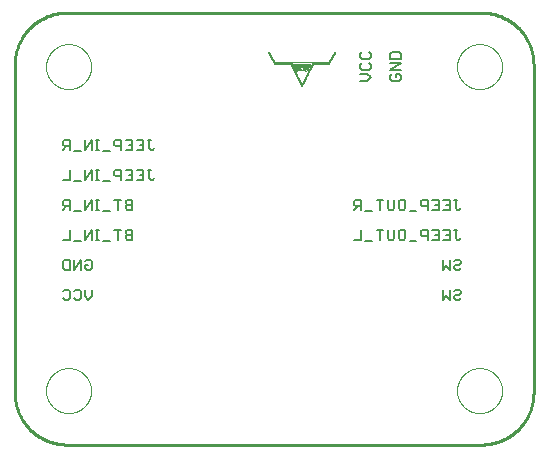
<source format=gbo>
G75*
%MOIN*%
%OFA0B0*%
%FSLAX25Y25*%
%IPPOS*%
%LPD*%
%AMOC8*
5,1,8,0,0,1.08239X$1,22.5*
%
%ADD10C,0.01000*%
%ADD11C,0.00000*%
%ADD12C,0.00600*%
%ADD13R,0.00100X0.00050*%
%ADD14R,0.00550X0.00050*%
%ADD15R,0.00600X0.00050*%
%ADD16R,0.00700X0.00050*%
%ADD17R,0.00800X0.00050*%
%ADD18R,0.00850X0.00050*%
%ADD19R,0.00900X0.00050*%
%ADD20R,0.00950X0.00050*%
%ADD21R,0.01000X0.00050*%
%ADD22R,0.01050X0.00050*%
%ADD23R,0.01100X0.00050*%
%ADD24R,0.00650X0.00050*%
%ADD25R,0.00500X0.00050*%
%ADD26R,0.00050X0.00050*%
%ADD27R,0.00150X0.00050*%
%ADD28R,0.00250X0.00050*%
%ADD29R,0.00200X0.00050*%
%ADD30R,0.00350X0.00050*%
%ADD31R,0.00300X0.00050*%
%ADD32R,0.00450X0.00050*%
%ADD33R,0.01150X0.00050*%
%ADD34R,0.01250X0.00050*%
%ADD35R,0.01450X0.00050*%
%ADD36R,0.01750X0.00050*%
%ADD37R,0.01850X0.00050*%
%ADD38R,0.01900X0.00050*%
%ADD39R,0.01950X0.00050*%
%ADD40R,0.02000X0.00050*%
%ADD41R,0.02100X0.00050*%
%ADD42R,0.02050X0.00050*%
%ADD43R,0.02150X0.00050*%
%ADD44R,0.02200X0.00050*%
%ADD45R,0.02250X0.00050*%
%ADD46R,0.02300X0.00050*%
%ADD47R,0.02350X0.00050*%
%ADD48R,0.02400X0.00050*%
%ADD49R,0.02450X0.00050*%
%ADD50R,0.02500X0.00050*%
%ADD51R,0.02550X0.00050*%
%ADD52R,0.02600X0.00050*%
%ADD53R,0.02650X0.00050*%
%ADD54R,0.02700X0.00050*%
%ADD55R,0.02750X0.00050*%
%ADD56R,0.02800X0.00050*%
%ADD57R,0.02900X0.00050*%
%ADD58R,0.02850X0.00050*%
%ADD59R,0.05850X0.00050*%
%ADD60R,0.06000X0.00050*%
%ADD61R,0.05950X0.00050*%
%ADD62R,0.06100X0.00050*%
%ADD63R,0.06200X0.00050*%
%ADD64R,0.05800X0.00050*%
%ADD65R,0.06300X0.00050*%
%ADD66R,0.05750X0.00050*%
%ADD67R,0.05900X0.00050*%
%ADD68R,0.06500X0.00050*%
D10*
X0019300Y0001800D02*
X0157300Y0001800D01*
X0157723Y0001805D01*
X0158145Y0001820D01*
X0158568Y0001846D01*
X0158989Y0001882D01*
X0159409Y0001928D01*
X0159829Y0001984D01*
X0160246Y0002050D01*
X0160662Y0002126D01*
X0161076Y0002212D01*
X0161488Y0002309D01*
X0161897Y0002415D01*
X0162304Y0002531D01*
X0162708Y0002657D01*
X0163108Y0002792D01*
X0163506Y0002937D01*
X0163899Y0003092D01*
X0164289Y0003256D01*
X0164675Y0003430D01*
X0165056Y0003613D01*
X0165433Y0003805D01*
X0165805Y0004006D01*
X0166172Y0004216D01*
X0166534Y0004434D01*
X0166890Y0004662D01*
X0167241Y0004898D01*
X0167586Y0005142D01*
X0167925Y0005395D01*
X0168258Y0005656D01*
X0168585Y0005924D01*
X0168905Y0006201D01*
X0169218Y0006485D01*
X0169524Y0006777D01*
X0169823Y0007076D01*
X0170115Y0007382D01*
X0170399Y0007695D01*
X0170676Y0008015D01*
X0170944Y0008342D01*
X0171205Y0008675D01*
X0171458Y0009014D01*
X0171702Y0009359D01*
X0171938Y0009710D01*
X0172166Y0010066D01*
X0172384Y0010428D01*
X0172594Y0010795D01*
X0172795Y0011167D01*
X0172987Y0011544D01*
X0173170Y0011925D01*
X0173344Y0012311D01*
X0173508Y0012701D01*
X0173663Y0013094D01*
X0173808Y0013492D01*
X0173943Y0013892D01*
X0174069Y0014296D01*
X0174185Y0014703D01*
X0174291Y0015112D01*
X0174388Y0015524D01*
X0174474Y0015938D01*
X0174550Y0016354D01*
X0174616Y0016771D01*
X0174672Y0017191D01*
X0174718Y0017611D01*
X0174754Y0018032D01*
X0174780Y0018455D01*
X0174795Y0018877D01*
X0174800Y0019300D01*
X0174800Y0128300D01*
X0174795Y0128723D01*
X0174780Y0129145D01*
X0174754Y0129568D01*
X0174718Y0129989D01*
X0174672Y0130409D01*
X0174616Y0130829D01*
X0174550Y0131246D01*
X0174474Y0131662D01*
X0174388Y0132076D01*
X0174291Y0132488D01*
X0174185Y0132897D01*
X0174069Y0133304D01*
X0173943Y0133708D01*
X0173808Y0134108D01*
X0173663Y0134506D01*
X0173508Y0134899D01*
X0173344Y0135289D01*
X0173170Y0135675D01*
X0172987Y0136056D01*
X0172795Y0136433D01*
X0172594Y0136805D01*
X0172384Y0137172D01*
X0172166Y0137534D01*
X0171938Y0137890D01*
X0171702Y0138241D01*
X0171458Y0138586D01*
X0171205Y0138925D01*
X0170944Y0139258D01*
X0170676Y0139585D01*
X0170399Y0139905D01*
X0170115Y0140218D01*
X0169823Y0140524D01*
X0169524Y0140823D01*
X0169218Y0141115D01*
X0168905Y0141399D01*
X0168585Y0141676D01*
X0168258Y0141944D01*
X0167925Y0142205D01*
X0167586Y0142458D01*
X0167241Y0142702D01*
X0166890Y0142938D01*
X0166534Y0143166D01*
X0166172Y0143384D01*
X0165805Y0143594D01*
X0165433Y0143795D01*
X0165056Y0143987D01*
X0164675Y0144170D01*
X0164289Y0144344D01*
X0163899Y0144508D01*
X0163506Y0144663D01*
X0163108Y0144808D01*
X0162708Y0144943D01*
X0162304Y0145069D01*
X0161897Y0145185D01*
X0161488Y0145291D01*
X0161076Y0145388D01*
X0160662Y0145474D01*
X0160246Y0145550D01*
X0159829Y0145616D01*
X0159409Y0145672D01*
X0158989Y0145718D01*
X0158568Y0145754D01*
X0158145Y0145780D01*
X0157723Y0145795D01*
X0157300Y0145800D01*
X0019300Y0145800D01*
X0018877Y0145795D01*
X0018455Y0145780D01*
X0018032Y0145754D01*
X0017611Y0145718D01*
X0017191Y0145672D01*
X0016771Y0145616D01*
X0016354Y0145550D01*
X0015938Y0145474D01*
X0015524Y0145388D01*
X0015112Y0145291D01*
X0014703Y0145185D01*
X0014296Y0145069D01*
X0013892Y0144943D01*
X0013492Y0144808D01*
X0013094Y0144663D01*
X0012701Y0144508D01*
X0012311Y0144344D01*
X0011925Y0144170D01*
X0011544Y0143987D01*
X0011167Y0143795D01*
X0010795Y0143594D01*
X0010428Y0143384D01*
X0010066Y0143166D01*
X0009710Y0142938D01*
X0009359Y0142702D01*
X0009014Y0142458D01*
X0008675Y0142205D01*
X0008342Y0141944D01*
X0008015Y0141676D01*
X0007695Y0141399D01*
X0007382Y0141115D01*
X0007076Y0140823D01*
X0006777Y0140524D01*
X0006485Y0140218D01*
X0006201Y0139905D01*
X0005924Y0139585D01*
X0005656Y0139258D01*
X0005395Y0138925D01*
X0005142Y0138586D01*
X0004898Y0138241D01*
X0004662Y0137890D01*
X0004434Y0137534D01*
X0004216Y0137172D01*
X0004006Y0136805D01*
X0003805Y0136433D01*
X0003613Y0136056D01*
X0003430Y0135675D01*
X0003256Y0135289D01*
X0003092Y0134899D01*
X0002937Y0134506D01*
X0002792Y0134108D01*
X0002657Y0133708D01*
X0002531Y0133304D01*
X0002415Y0132897D01*
X0002309Y0132488D01*
X0002212Y0132076D01*
X0002126Y0131662D01*
X0002050Y0131246D01*
X0001984Y0130829D01*
X0001928Y0130409D01*
X0001882Y0129989D01*
X0001846Y0129568D01*
X0001820Y0129145D01*
X0001805Y0128723D01*
X0001800Y0128300D01*
X0001800Y0019300D01*
X0001805Y0018877D01*
X0001820Y0018455D01*
X0001846Y0018032D01*
X0001882Y0017611D01*
X0001928Y0017191D01*
X0001984Y0016771D01*
X0002050Y0016354D01*
X0002126Y0015938D01*
X0002212Y0015524D01*
X0002309Y0015112D01*
X0002415Y0014703D01*
X0002531Y0014296D01*
X0002657Y0013892D01*
X0002792Y0013492D01*
X0002937Y0013094D01*
X0003092Y0012701D01*
X0003256Y0012311D01*
X0003430Y0011925D01*
X0003613Y0011544D01*
X0003805Y0011167D01*
X0004006Y0010795D01*
X0004216Y0010428D01*
X0004434Y0010066D01*
X0004662Y0009710D01*
X0004898Y0009359D01*
X0005142Y0009014D01*
X0005395Y0008675D01*
X0005656Y0008342D01*
X0005924Y0008015D01*
X0006201Y0007695D01*
X0006485Y0007382D01*
X0006777Y0007076D01*
X0007076Y0006777D01*
X0007382Y0006485D01*
X0007695Y0006201D01*
X0008015Y0005924D01*
X0008342Y0005656D01*
X0008675Y0005395D01*
X0009014Y0005142D01*
X0009359Y0004898D01*
X0009710Y0004662D01*
X0010066Y0004434D01*
X0010428Y0004216D01*
X0010795Y0004006D01*
X0011167Y0003805D01*
X0011544Y0003613D01*
X0011925Y0003430D01*
X0012311Y0003256D01*
X0012701Y0003092D01*
X0013094Y0002937D01*
X0013492Y0002792D01*
X0013892Y0002657D01*
X0014296Y0002531D01*
X0014703Y0002415D01*
X0015112Y0002309D01*
X0015524Y0002212D01*
X0015938Y0002126D01*
X0016354Y0002050D01*
X0016771Y0001984D01*
X0017191Y0001928D01*
X0017611Y0001882D01*
X0018032Y0001846D01*
X0018455Y0001820D01*
X0018877Y0001805D01*
X0019300Y0001800D01*
D11*
X0012300Y0019800D02*
X0012302Y0019984D01*
X0012309Y0020168D01*
X0012320Y0020352D01*
X0012336Y0020535D01*
X0012356Y0020718D01*
X0012381Y0020900D01*
X0012410Y0021082D01*
X0012444Y0021263D01*
X0012482Y0021443D01*
X0012525Y0021622D01*
X0012572Y0021800D01*
X0012623Y0021977D01*
X0012679Y0022153D01*
X0012738Y0022327D01*
X0012803Y0022499D01*
X0012871Y0022670D01*
X0012943Y0022839D01*
X0013020Y0023007D01*
X0013101Y0023172D01*
X0013186Y0023335D01*
X0013274Y0023497D01*
X0013367Y0023656D01*
X0013464Y0023812D01*
X0013564Y0023967D01*
X0013668Y0024119D01*
X0013776Y0024268D01*
X0013887Y0024414D01*
X0014002Y0024558D01*
X0014121Y0024699D01*
X0014243Y0024837D01*
X0014368Y0024972D01*
X0014497Y0025103D01*
X0014628Y0025232D01*
X0014763Y0025357D01*
X0014901Y0025479D01*
X0015042Y0025598D01*
X0015186Y0025713D01*
X0015332Y0025824D01*
X0015481Y0025932D01*
X0015633Y0026036D01*
X0015788Y0026136D01*
X0015944Y0026233D01*
X0016103Y0026326D01*
X0016265Y0026414D01*
X0016428Y0026499D01*
X0016593Y0026580D01*
X0016761Y0026657D01*
X0016930Y0026729D01*
X0017101Y0026797D01*
X0017273Y0026862D01*
X0017447Y0026921D01*
X0017623Y0026977D01*
X0017800Y0027028D01*
X0017978Y0027075D01*
X0018157Y0027118D01*
X0018337Y0027156D01*
X0018518Y0027190D01*
X0018700Y0027219D01*
X0018882Y0027244D01*
X0019065Y0027264D01*
X0019248Y0027280D01*
X0019432Y0027291D01*
X0019616Y0027298D01*
X0019800Y0027300D01*
X0019984Y0027298D01*
X0020168Y0027291D01*
X0020352Y0027280D01*
X0020535Y0027264D01*
X0020718Y0027244D01*
X0020900Y0027219D01*
X0021082Y0027190D01*
X0021263Y0027156D01*
X0021443Y0027118D01*
X0021622Y0027075D01*
X0021800Y0027028D01*
X0021977Y0026977D01*
X0022153Y0026921D01*
X0022327Y0026862D01*
X0022499Y0026797D01*
X0022670Y0026729D01*
X0022839Y0026657D01*
X0023007Y0026580D01*
X0023172Y0026499D01*
X0023335Y0026414D01*
X0023497Y0026326D01*
X0023656Y0026233D01*
X0023812Y0026136D01*
X0023967Y0026036D01*
X0024119Y0025932D01*
X0024268Y0025824D01*
X0024414Y0025713D01*
X0024558Y0025598D01*
X0024699Y0025479D01*
X0024837Y0025357D01*
X0024972Y0025232D01*
X0025103Y0025103D01*
X0025232Y0024972D01*
X0025357Y0024837D01*
X0025479Y0024699D01*
X0025598Y0024558D01*
X0025713Y0024414D01*
X0025824Y0024268D01*
X0025932Y0024119D01*
X0026036Y0023967D01*
X0026136Y0023812D01*
X0026233Y0023656D01*
X0026326Y0023497D01*
X0026414Y0023335D01*
X0026499Y0023172D01*
X0026580Y0023007D01*
X0026657Y0022839D01*
X0026729Y0022670D01*
X0026797Y0022499D01*
X0026862Y0022327D01*
X0026921Y0022153D01*
X0026977Y0021977D01*
X0027028Y0021800D01*
X0027075Y0021622D01*
X0027118Y0021443D01*
X0027156Y0021263D01*
X0027190Y0021082D01*
X0027219Y0020900D01*
X0027244Y0020718D01*
X0027264Y0020535D01*
X0027280Y0020352D01*
X0027291Y0020168D01*
X0027298Y0019984D01*
X0027300Y0019800D01*
X0027298Y0019616D01*
X0027291Y0019432D01*
X0027280Y0019248D01*
X0027264Y0019065D01*
X0027244Y0018882D01*
X0027219Y0018700D01*
X0027190Y0018518D01*
X0027156Y0018337D01*
X0027118Y0018157D01*
X0027075Y0017978D01*
X0027028Y0017800D01*
X0026977Y0017623D01*
X0026921Y0017447D01*
X0026862Y0017273D01*
X0026797Y0017101D01*
X0026729Y0016930D01*
X0026657Y0016761D01*
X0026580Y0016593D01*
X0026499Y0016428D01*
X0026414Y0016265D01*
X0026326Y0016103D01*
X0026233Y0015944D01*
X0026136Y0015788D01*
X0026036Y0015633D01*
X0025932Y0015481D01*
X0025824Y0015332D01*
X0025713Y0015186D01*
X0025598Y0015042D01*
X0025479Y0014901D01*
X0025357Y0014763D01*
X0025232Y0014628D01*
X0025103Y0014497D01*
X0024972Y0014368D01*
X0024837Y0014243D01*
X0024699Y0014121D01*
X0024558Y0014002D01*
X0024414Y0013887D01*
X0024268Y0013776D01*
X0024119Y0013668D01*
X0023967Y0013564D01*
X0023812Y0013464D01*
X0023656Y0013367D01*
X0023497Y0013274D01*
X0023335Y0013186D01*
X0023172Y0013101D01*
X0023007Y0013020D01*
X0022839Y0012943D01*
X0022670Y0012871D01*
X0022499Y0012803D01*
X0022327Y0012738D01*
X0022153Y0012679D01*
X0021977Y0012623D01*
X0021800Y0012572D01*
X0021622Y0012525D01*
X0021443Y0012482D01*
X0021263Y0012444D01*
X0021082Y0012410D01*
X0020900Y0012381D01*
X0020718Y0012356D01*
X0020535Y0012336D01*
X0020352Y0012320D01*
X0020168Y0012309D01*
X0019984Y0012302D01*
X0019800Y0012300D01*
X0019616Y0012302D01*
X0019432Y0012309D01*
X0019248Y0012320D01*
X0019065Y0012336D01*
X0018882Y0012356D01*
X0018700Y0012381D01*
X0018518Y0012410D01*
X0018337Y0012444D01*
X0018157Y0012482D01*
X0017978Y0012525D01*
X0017800Y0012572D01*
X0017623Y0012623D01*
X0017447Y0012679D01*
X0017273Y0012738D01*
X0017101Y0012803D01*
X0016930Y0012871D01*
X0016761Y0012943D01*
X0016593Y0013020D01*
X0016428Y0013101D01*
X0016265Y0013186D01*
X0016103Y0013274D01*
X0015944Y0013367D01*
X0015788Y0013464D01*
X0015633Y0013564D01*
X0015481Y0013668D01*
X0015332Y0013776D01*
X0015186Y0013887D01*
X0015042Y0014002D01*
X0014901Y0014121D01*
X0014763Y0014243D01*
X0014628Y0014368D01*
X0014497Y0014497D01*
X0014368Y0014628D01*
X0014243Y0014763D01*
X0014121Y0014901D01*
X0014002Y0015042D01*
X0013887Y0015186D01*
X0013776Y0015332D01*
X0013668Y0015481D01*
X0013564Y0015633D01*
X0013464Y0015788D01*
X0013367Y0015944D01*
X0013274Y0016103D01*
X0013186Y0016265D01*
X0013101Y0016428D01*
X0013020Y0016593D01*
X0012943Y0016761D01*
X0012871Y0016930D01*
X0012803Y0017101D01*
X0012738Y0017273D01*
X0012679Y0017447D01*
X0012623Y0017623D01*
X0012572Y0017800D01*
X0012525Y0017978D01*
X0012482Y0018157D01*
X0012444Y0018337D01*
X0012410Y0018518D01*
X0012381Y0018700D01*
X0012356Y0018882D01*
X0012336Y0019065D01*
X0012320Y0019248D01*
X0012309Y0019432D01*
X0012302Y0019616D01*
X0012300Y0019800D01*
X0012300Y0127800D02*
X0012302Y0127984D01*
X0012309Y0128168D01*
X0012320Y0128352D01*
X0012336Y0128535D01*
X0012356Y0128718D01*
X0012381Y0128900D01*
X0012410Y0129082D01*
X0012444Y0129263D01*
X0012482Y0129443D01*
X0012525Y0129622D01*
X0012572Y0129800D01*
X0012623Y0129977D01*
X0012679Y0130153D01*
X0012738Y0130327D01*
X0012803Y0130499D01*
X0012871Y0130670D01*
X0012943Y0130839D01*
X0013020Y0131007D01*
X0013101Y0131172D01*
X0013186Y0131335D01*
X0013274Y0131497D01*
X0013367Y0131656D01*
X0013464Y0131812D01*
X0013564Y0131967D01*
X0013668Y0132119D01*
X0013776Y0132268D01*
X0013887Y0132414D01*
X0014002Y0132558D01*
X0014121Y0132699D01*
X0014243Y0132837D01*
X0014368Y0132972D01*
X0014497Y0133103D01*
X0014628Y0133232D01*
X0014763Y0133357D01*
X0014901Y0133479D01*
X0015042Y0133598D01*
X0015186Y0133713D01*
X0015332Y0133824D01*
X0015481Y0133932D01*
X0015633Y0134036D01*
X0015788Y0134136D01*
X0015944Y0134233D01*
X0016103Y0134326D01*
X0016265Y0134414D01*
X0016428Y0134499D01*
X0016593Y0134580D01*
X0016761Y0134657D01*
X0016930Y0134729D01*
X0017101Y0134797D01*
X0017273Y0134862D01*
X0017447Y0134921D01*
X0017623Y0134977D01*
X0017800Y0135028D01*
X0017978Y0135075D01*
X0018157Y0135118D01*
X0018337Y0135156D01*
X0018518Y0135190D01*
X0018700Y0135219D01*
X0018882Y0135244D01*
X0019065Y0135264D01*
X0019248Y0135280D01*
X0019432Y0135291D01*
X0019616Y0135298D01*
X0019800Y0135300D01*
X0019984Y0135298D01*
X0020168Y0135291D01*
X0020352Y0135280D01*
X0020535Y0135264D01*
X0020718Y0135244D01*
X0020900Y0135219D01*
X0021082Y0135190D01*
X0021263Y0135156D01*
X0021443Y0135118D01*
X0021622Y0135075D01*
X0021800Y0135028D01*
X0021977Y0134977D01*
X0022153Y0134921D01*
X0022327Y0134862D01*
X0022499Y0134797D01*
X0022670Y0134729D01*
X0022839Y0134657D01*
X0023007Y0134580D01*
X0023172Y0134499D01*
X0023335Y0134414D01*
X0023497Y0134326D01*
X0023656Y0134233D01*
X0023812Y0134136D01*
X0023967Y0134036D01*
X0024119Y0133932D01*
X0024268Y0133824D01*
X0024414Y0133713D01*
X0024558Y0133598D01*
X0024699Y0133479D01*
X0024837Y0133357D01*
X0024972Y0133232D01*
X0025103Y0133103D01*
X0025232Y0132972D01*
X0025357Y0132837D01*
X0025479Y0132699D01*
X0025598Y0132558D01*
X0025713Y0132414D01*
X0025824Y0132268D01*
X0025932Y0132119D01*
X0026036Y0131967D01*
X0026136Y0131812D01*
X0026233Y0131656D01*
X0026326Y0131497D01*
X0026414Y0131335D01*
X0026499Y0131172D01*
X0026580Y0131007D01*
X0026657Y0130839D01*
X0026729Y0130670D01*
X0026797Y0130499D01*
X0026862Y0130327D01*
X0026921Y0130153D01*
X0026977Y0129977D01*
X0027028Y0129800D01*
X0027075Y0129622D01*
X0027118Y0129443D01*
X0027156Y0129263D01*
X0027190Y0129082D01*
X0027219Y0128900D01*
X0027244Y0128718D01*
X0027264Y0128535D01*
X0027280Y0128352D01*
X0027291Y0128168D01*
X0027298Y0127984D01*
X0027300Y0127800D01*
X0027298Y0127616D01*
X0027291Y0127432D01*
X0027280Y0127248D01*
X0027264Y0127065D01*
X0027244Y0126882D01*
X0027219Y0126700D01*
X0027190Y0126518D01*
X0027156Y0126337D01*
X0027118Y0126157D01*
X0027075Y0125978D01*
X0027028Y0125800D01*
X0026977Y0125623D01*
X0026921Y0125447D01*
X0026862Y0125273D01*
X0026797Y0125101D01*
X0026729Y0124930D01*
X0026657Y0124761D01*
X0026580Y0124593D01*
X0026499Y0124428D01*
X0026414Y0124265D01*
X0026326Y0124103D01*
X0026233Y0123944D01*
X0026136Y0123788D01*
X0026036Y0123633D01*
X0025932Y0123481D01*
X0025824Y0123332D01*
X0025713Y0123186D01*
X0025598Y0123042D01*
X0025479Y0122901D01*
X0025357Y0122763D01*
X0025232Y0122628D01*
X0025103Y0122497D01*
X0024972Y0122368D01*
X0024837Y0122243D01*
X0024699Y0122121D01*
X0024558Y0122002D01*
X0024414Y0121887D01*
X0024268Y0121776D01*
X0024119Y0121668D01*
X0023967Y0121564D01*
X0023812Y0121464D01*
X0023656Y0121367D01*
X0023497Y0121274D01*
X0023335Y0121186D01*
X0023172Y0121101D01*
X0023007Y0121020D01*
X0022839Y0120943D01*
X0022670Y0120871D01*
X0022499Y0120803D01*
X0022327Y0120738D01*
X0022153Y0120679D01*
X0021977Y0120623D01*
X0021800Y0120572D01*
X0021622Y0120525D01*
X0021443Y0120482D01*
X0021263Y0120444D01*
X0021082Y0120410D01*
X0020900Y0120381D01*
X0020718Y0120356D01*
X0020535Y0120336D01*
X0020352Y0120320D01*
X0020168Y0120309D01*
X0019984Y0120302D01*
X0019800Y0120300D01*
X0019616Y0120302D01*
X0019432Y0120309D01*
X0019248Y0120320D01*
X0019065Y0120336D01*
X0018882Y0120356D01*
X0018700Y0120381D01*
X0018518Y0120410D01*
X0018337Y0120444D01*
X0018157Y0120482D01*
X0017978Y0120525D01*
X0017800Y0120572D01*
X0017623Y0120623D01*
X0017447Y0120679D01*
X0017273Y0120738D01*
X0017101Y0120803D01*
X0016930Y0120871D01*
X0016761Y0120943D01*
X0016593Y0121020D01*
X0016428Y0121101D01*
X0016265Y0121186D01*
X0016103Y0121274D01*
X0015944Y0121367D01*
X0015788Y0121464D01*
X0015633Y0121564D01*
X0015481Y0121668D01*
X0015332Y0121776D01*
X0015186Y0121887D01*
X0015042Y0122002D01*
X0014901Y0122121D01*
X0014763Y0122243D01*
X0014628Y0122368D01*
X0014497Y0122497D01*
X0014368Y0122628D01*
X0014243Y0122763D01*
X0014121Y0122901D01*
X0014002Y0123042D01*
X0013887Y0123186D01*
X0013776Y0123332D01*
X0013668Y0123481D01*
X0013564Y0123633D01*
X0013464Y0123788D01*
X0013367Y0123944D01*
X0013274Y0124103D01*
X0013186Y0124265D01*
X0013101Y0124428D01*
X0013020Y0124593D01*
X0012943Y0124761D01*
X0012871Y0124930D01*
X0012803Y0125101D01*
X0012738Y0125273D01*
X0012679Y0125447D01*
X0012623Y0125623D01*
X0012572Y0125800D01*
X0012525Y0125978D01*
X0012482Y0126157D01*
X0012444Y0126337D01*
X0012410Y0126518D01*
X0012381Y0126700D01*
X0012356Y0126882D01*
X0012336Y0127065D01*
X0012320Y0127248D01*
X0012309Y0127432D01*
X0012302Y0127616D01*
X0012300Y0127800D01*
X0149300Y0127800D02*
X0149302Y0127984D01*
X0149309Y0128168D01*
X0149320Y0128352D01*
X0149336Y0128535D01*
X0149356Y0128718D01*
X0149381Y0128900D01*
X0149410Y0129082D01*
X0149444Y0129263D01*
X0149482Y0129443D01*
X0149525Y0129622D01*
X0149572Y0129800D01*
X0149623Y0129977D01*
X0149679Y0130153D01*
X0149738Y0130327D01*
X0149803Y0130499D01*
X0149871Y0130670D01*
X0149943Y0130839D01*
X0150020Y0131007D01*
X0150101Y0131172D01*
X0150186Y0131335D01*
X0150274Y0131497D01*
X0150367Y0131656D01*
X0150464Y0131812D01*
X0150564Y0131967D01*
X0150668Y0132119D01*
X0150776Y0132268D01*
X0150887Y0132414D01*
X0151002Y0132558D01*
X0151121Y0132699D01*
X0151243Y0132837D01*
X0151368Y0132972D01*
X0151497Y0133103D01*
X0151628Y0133232D01*
X0151763Y0133357D01*
X0151901Y0133479D01*
X0152042Y0133598D01*
X0152186Y0133713D01*
X0152332Y0133824D01*
X0152481Y0133932D01*
X0152633Y0134036D01*
X0152788Y0134136D01*
X0152944Y0134233D01*
X0153103Y0134326D01*
X0153265Y0134414D01*
X0153428Y0134499D01*
X0153593Y0134580D01*
X0153761Y0134657D01*
X0153930Y0134729D01*
X0154101Y0134797D01*
X0154273Y0134862D01*
X0154447Y0134921D01*
X0154623Y0134977D01*
X0154800Y0135028D01*
X0154978Y0135075D01*
X0155157Y0135118D01*
X0155337Y0135156D01*
X0155518Y0135190D01*
X0155700Y0135219D01*
X0155882Y0135244D01*
X0156065Y0135264D01*
X0156248Y0135280D01*
X0156432Y0135291D01*
X0156616Y0135298D01*
X0156800Y0135300D01*
X0156984Y0135298D01*
X0157168Y0135291D01*
X0157352Y0135280D01*
X0157535Y0135264D01*
X0157718Y0135244D01*
X0157900Y0135219D01*
X0158082Y0135190D01*
X0158263Y0135156D01*
X0158443Y0135118D01*
X0158622Y0135075D01*
X0158800Y0135028D01*
X0158977Y0134977D01*
X0159153Y0134921D01*
X0159327Y0134862D01*
X0159499Y0134797D01*
X0159670Y0134729D01*
X0159839Y0134657D01*
X0160007Y0134580D01*
X0160172Y0134499D01*
X0160335Y0134414D01*
X0160497Y0134326D01*
X0160656Y0134233D01*
X0160812Y0134136D01*
X0160967Y0134036D01*
X0161119Y0133932D01*
X0161268Y0133824D01*
X0161414Y0133713D01*
X0161558Y0133598D01*
X0161699Y0133479D01*
X0161837Y0133357D01*
X0161972Y0133232D01*
X0162103Y0133103D01*
X0162232Y0132972D01*
X0162357Y0132837D01*
X0162479Y0132699D01*
X0162598Y0132558D01*
X0162713Y0132414D01*
X0162824Y0132268D01*
X0162932Y0132119D01*
X0163036Y0131967D01*
X0163136Y0131812D01*
X0163233Y0131656D01*
X0163326Y0131497D01*
X0163414Y0131335D01*
X0163499Y0131172D01*
X0163580Y0131007D01*
X0163657Y0130839D01*
X0163729Y0130670D01*
X0163797Y0130499D01*
X0163862Y0130327D01*
X0163921Y0130153D01*
X0163977Y0129977D01*
X0164028Y0129800D01*
X0164075Y0129622D01*
X0164118Y0129443D01*
X0164156Y0129263D01*
X0164190Y0129082D01*
X0164219Y0128900D01*
X0164244Y0128718D01*
X0164264Y0128535D01*
X0164280Y0128352D01*
X0164291Y0128168D01*
X0164298Y0127984D01*
X0164300Y0127800D01*
X0164298Y0127616D01*
X0164291Y0127432D01*
X0164280Y0127248D01*
X0164264Y0127065D01*
X0164244Y0126882D01*
X0164219Y0126700D01*
X0164190Y0126518D01*
X0164156Y0126337D01*
X0164118Y0126157D01*
X0164075Y0125978D01*
X0164028Y0125800D01*
X0163977Y0125623D01*
X0163921Y0125447D01*
X0163862Y0125273D01*
X0163797Y0125101D01*
X0163729Y0124930D01*
X0163657Y0124761D01*
X0163580Y0124593D01*
X0163499Y0124428D01*
X0163414Y0124265D01*
X0163326Y0124103D01*
X0163233Y0123944D01*
X0163136Y0123788D01*
X0163036Y0123633D01*
X0162932Y0123481D01*
X0162824Y0123332D01*
X0162713Y0123186D01*
X0162598Y0123042D01*
X0162479Y0122901D01*
X0162357Y0122763D01*
X0162232Y0122628D01*
X0162103Y0122497D01*
X0161972Y0122368D01*
X0161837Y0122243D01*
X0161699Y0122121D01*
X0161558Y0122002D01*
X0161414Y0121887D01*
X0161268Y0121776D01*
X0161119Y0121668D01*
X0160967Y0121564D01*
X0160812Y0121464D01*
X0160656Y0121367D01*
X0160497Y0121274D01*
X0160335Y0121186D01*
X0160172Y0121101D01*
X0160007Y0121020D01*
X0159839Y0120943D01*
X0159670Y0120871D01*
X0159499Y0120803D01*
X0159327Y0120738D01*
X0159153Y0120679D01*
X0158977Y0120623D01*
X0158800Y0120572D01*
X0158622Y0120525D01*
X0158443Y0120482D01*
X0158263Y0120444D01*
X0158082Y0120410D01*
X0157900Y0120381D01*
X0157718Y0120356D01*
X0157535Y0120336D01*
X0157352Y0120320D01*
X0157168Y0120309D01*
X0156984Y0120302D01*
X0156800Y0120300D01*
X0156616Y0120302D01*
X0156432Y0120309D01*
X0156248Y0120320D01*
X0156065Y0120336D01*
X0155882Y0120356D01*
X0155700Y0120381D01*
X0155518Y0120410D01*
X0155337Y0120444D01*
X0155157Y0120482D01*
X0154978Y0120525D01*
X0154800Y0120572D01*
X0154623Y0120623D01*
X0154447Y0120679D01*
X0154273Y0120738D01*
X0154101Y0120803D01*
X0153930Y0120871D01*
X0153761Y0120943D01*
X0153593Y0121020D01*
X0153428Y0121101D01*
X0153265Y0121186D01*
X0153103Y0121274D01*
X0152944Y0121367D01*
X0152788Y0121464D01*
X0152633Y0121564D01*
X0152481Y0121668D01*
X0152332Y0121776D01*
X0152186Y0121887D01*
X0152042Y0122002D01*
X0151901Y0122121D01*
X0151763Y0122243D01*
X0151628Y0122368D01*
X0151497Y0122497D01*
X0151368Y0122628D01*
X0151243Y0122763D01*
X0151121Y0122901D01*
X0151002Y0123042D01*
X0150887Y0123186D01*
X0150776Y0123332D01*
X0150668Y0123481D01*
X0150564Y0123633D01*
X0150464Y0123788D01*
X0150367Y0123944D01*
X0150274Y0124103D01*
X0150186Y0124265D01*
X0150101Y0124428D01*
X0150020Y0124593D01*
X0149943Y0124761D01*
X0149871Y0124930D01*
X0149803Y0125101D01*
X0149738Y0125273D01*
X0149679Y0125447D01*
X0149623Y0125623D01*
X0149572Y0125800D01*
X0149525Y0125978D01*
X0149482Y0126157D01*
X0149444Y0126337D01*
X0149410Y0126518D01*
X0149381Y0126700D01*
X0149356Y0126882D01*
X0149336Y0127065D01*
X0149320Y0127248D01*
X0149309Y0127432D01*
X0149302Y0127616D01*
X0149300Y0127800D01*
X0149300Y0019800D02*
X0149302Y0019984D01*
X0149309Y0020168D01*
X0149320Y0020352D01*
X0149336Y0020535D01*
X0149356Y0020718D01*
X0149381Y0020900D01*
X0149410Y0021082D01*
X0149444Y0021263D01*
X0149482Y0021443D01*
X0149525Y0021622D01*
X0149572Y0021800D01*
X0149623Y0021977D01*
X0149679Y0022153D01*
X0149738Y0022327D01*
X0149803Y0022499D01*
X0149871Y0022670D01*
X0149943Y0022839D01*
X0150020Y0023007D01*
X0150101Y0023172D01*
X0150186Y0023335D01*
X0150274Y0023497D01*
X0150367Y0023656D01*
X0150464Y0023812D01*
X0150564Y0023967D01*
X0150668Y0024119D01*
X0150776Y0024268D01*
X0150887Y0024414D01*
X0151002Y0024558D01*
X0151121Y0024699D01*
X0151243Y0024837D01*
X0151368Y0024972D01*
X0151497Y0025103D01*
X0151628Y0025232D01*
X0151763Y0025357D01*
X0151901Y0025479D01*
X0152042Y0025598D01*
X0152186Y0025713D01*
X0152332Y0025824D01*
X0152481Y0025932D01*
X0152633Y0026036D01*
X0152788Y0026136D01*
X0152944Y0026233D01*
X0153103Y0026326D01*
X0153265Y0026414D01*
X0153428Y0026499D01*
X0153593Y0026580D01*
X0153761Y0026657D01*
X0153930Y0026729D01*
X0154101Y0026797D01*
X0154273Y0026862D01*
X0154447Y0026921D01*
X0154623Y0026977D01*
X0154800Y0027028D01*
X0154978Y0027075D01*
X0155157Y0027118D01*
X0155337Y0027156D01*
X0155518Y0027190D01*
X0155700Y0027219D01*
X0155882Y0027244D01*
X0156065Y0027264D01*
X0156248Y0027280D01*
X0156432Y0027291D01*
X0156616Y0027298D01*
X0156800Y0027300D01*
X0156984Y0027298D01*
X0157168Y0027291D01*
X0157352Y0027280D01*
X0157535Y0027264D01*
X0157718Y0027244D01*
X0157900Y0027219D01*
X0158082Y0027190D01*
X0158263Y0027156D01*
X0158443Y0027118D01*
X0158622Y0027075D01*
X0158800Y0027028D01*
X0158977Y0026977D01*
X0159153Y0026921D01*
X0159327Y0026862D01*
X0159499Y0026797D01*
X0159670Y0026729D01*
X0159839Y0026657D01*
X0160007Y0026580D01*
X0160172Y0026499D01*
X0160335Y0026414D01*
X0160497Y0026326D01*
X0160656Y0026233D01*
X0160812Y0026136D01*
X0160967Y0026036D01*
X0161119Y0025932D01*
X0161268Y0025824D01*
X0161414Y0025713D01*
X0161558Y0025598D01*
X0161699Y0025479D01*
X0161837Y0025357D01*
X0161972Y0025232D01*
X0162103Y0025103D01*
X0162232Y0024972D01*
X0162357Y0024837D01*
X0162479Y0024699D01*
X0162598Y0024558D01*
X0162713Y0024414D01*
X0162824Y0024268D01*
X0162932Y0024119D01*
X0163036Y0023967D01*
X0163136Y0023812D01*
X0163233Y0023656D01*
X0163326Y0023497D01*
X0163414Y0023335D01*
X0163499Y0023172D01*
X0163580Y0023007D01*
X0163657Y0022839D01*
X0163729Y0022670D01*
X0163797Y0022499D01*
X0163862Y0022327D01*
X0163921Y0022153D01*
X0163977Y0021977D01*
X0164028Y0021800D01*
X0164075Y0021622D01*
X0164118Y0021443D01*
X0164156Y0021263D01*
X0164190Y0021082D01*
X0164219Y0020900D01*
X0164244Y0020718D01*
X0164264Y0020535D01*
X0164280Y0020352D01*
X0164291Y0020168D01*
X0164298Y0019984D01*
X0164300Y0019800D01*
X0164298Y0019616D01*
X0164291Y0019432D01*
X0164280Y0019248D01*
X0164264Y0019065D01*
X0164244Y0018882D01*
X0164219Y0018700D01*
X0164190Y0018518D01*
X0164156Y0018337D01*
X0164118Y0018157D01*
X0164075Y0017978D01*
X0164028Y0017800D01*
X0163977Y0017623D01*
X0163921Y0017447D01*
X0163862Y0017273D01*
X0163797Y0017101D01*
X0163729Y0016930D01*
X0163657Y0016761D01*
X0163580Y0016593D01*
X0163499Y0016428D01*
X0163414Y0016265D01*
X0163326Y0016103D01*
X0163233Y0015944D01*
X0163136Y0015788D01*
X0163036Y0015633D01*
X0162932Y0015481D01*
X0162824Y0015332D01*
X0162713Y0015186D01*
X0162598Y0015042D01*
X0162479Y0014901D01*
X0162357Y0014763D01*
X0162232Y0014628D01*
X0162103Y0014497D01*
X0161972Y0014368D01*
X0161837Y0014243D01*
X0161699Y0014121D01*
X0161558Y0014002D01*
X0161414Y0013887D01*
X0161268Y0013776D01*
X0161119Y0013668D01*
X0160967Y0013564D01*
X0160812Y0013464D01*
X0160656Y0013367D01*
X0160497Y0013274D01*
X0160335Y0013186D01*
X0160172Y0013101D01*
X0160007Y0013020D01*
X0159839Y0012943D01*
X0159670Y0012871D01*
X0159499Y0012803D01*
X0159327Y0012738D01*
X0159153Y0012679D01*
X0158977Y0012623D01*
X0158800Y0012572D01*
X0158622Y0012525D01*
X0158443Y0012482D01*
X0158263Y0012444D01*
X0158082Y0012410D01*
X0157900Y0012381D01*
X0157718Y0012356D01*
X0157535Y0012336D01*
X0157352Y0012320D01*
X0157168Y0012309D01*
X0156984Y0012302D01*
X0156800Y0012300D01*
X0156616Y0012302D01*
X0156432Y0012309D01*
X0156248Y0012320D01*
X0156065Y0012336D01*
X0155882Y0012356D01*
X0155700Y0012381D01*
X0155518Y0012410D01*
X0155337Y0012444D01*
X0155157Y0012482D01*
X0154978Y0012525D01*
X0154800Y0012572D01*
X0154623Y0012623D01*
X0154447Y0012679D01*
X0154273Y0012738D01*
X0154101Y0012803D01*
X0153930Y0012871D01*
X0153761Y0012943D01*
X0153593Y0013020D01*
X0153428Y0013101D01*
X0153265Y0013186D01*
X0153103Y0013274D01*
X0152944Y0013367D01*
X0152788Y0013464D01*
X0152633Y0013564D01*
X0152481Y0013668D01*
X0152332Y0013776D01*
X0152186Y0013887D01*
X0152042Y0014002D01*
X0151901Y0014121D01*
X0151763Y0014243D01*
X0151628Y0014368D01*
X0151497Y0014497D01*
X0151368Y0014628D01*
X0151243Y0014763D01*
X0151121Y0014901D01*
X0151002Y0015042D01*
X0150887Y0015186D01*
X0150776Y0015332D01*
X0150668Y0015481D01*
X0150564Y0015633D01*
X0150464Y0015788D01*
X0150367Y0015944D01*
X0150274Y0016103D01*
X0150186Y0016265D01*
X0150101Y0016428D01*
X0150020Y0016593D01*
X0149943Y0016761D01*
X0149871Y0016930D01*
X0149803Y0017101D01*
X0149738Y0017273D01*
X0149679Y0017447D01*
X0149623Y0017623D01*
X0149572Y0017800D01*
X0149525Y0017978D01*
X0149482Y0018157D01*
X0149444Y0018337D01*
X0149410Y0018518D01*
X0149381Y0018700D01*
X0149356Y0018882D01*
X0149336Y0019065D01*
X0149320Y0019248D01*
X0149309Y0019432D01*
X0149302Y0019616D01*
X0149300Y0019800D01*
D12*
X0148799Y0050100D02*
X0149933Y0050100D01*
X0150500Y0050667D01*
X0149933Y0051801D02*
X0148799Y0051801D01*
X0148231Y0051234D01*
X0148231Y0050667D01*
X0148799Y0050100D01*
X0146817Y0050100D02*
X0145683Y0051234D01*
X0144548Y0050100D01*
X0144548Y0053503D01*
X0146817Y0053503D02*
X0146817Y0050100D01*
X0148231Y0052936D02*
X0148799Y0053503D01*
X0149933Y0053503D01*
X0150500Y0052936D01*
X0150500Y0052369D01*
X0149933Y0051801D01*
X0149933Y0060100D02*
X0150500Y0060667D01*
X0149933Y0060100D02*
X0148799Y0060100D01*
X0148231Y0060667D01*
X0148231Y0061234D01*
X0148799Y0061801D01*
X0149933Y0061801D01*
X0150500Y0062369D01*
X0150500Y0062936D01*
X0149933Y0063503D01*
X0148799Y0063503D01*
X0148231Y0062936D01*
X0146817Y0063503D02*
X0146817Y0060100D01*
X0145683Y0061234D01*
X0144548Y0060100D01*
X0144548Y0063503D01*
X0144548Y0070100D02*
X0146817Y0070100D01*
X0146817Y0073503D01*
X0144548Y0073503D01*
X0143134Y0073503D02*
X0143134Y0070100D01*
X0140865Y0070100D01*
X0139451Y0070100D02*
X0139451Y0073503D01*
X0137749Y0073503D01*
X0137182Y0072936D01*
X0137182Y0071801D01*
X0137749Y0071234D01*
X0139451Y0071234D01*
X0140865Y0073503D02*
X0143134Y0073503D01*
X0143134Y0071801D02*
X0141999Y0071801D01*
X0145683Y0071801D02*
X0146817Y0071801D01*
X0148231Y0073503D02*
X0149366Y0073503D01*
X0148799Y0073503D02*
X0148799Y0070667D01*
X0149366Y0070100D01*
X0149933Y0070100D01*
X0150500Y0070667D01*
X0149933Y0080100D02*
X0149366Y0080100D01*
X0148799Y0080667D01*
X0148799Y0083503D01*
X0149366Y0083503D02*
X0148231Y0083503D01*
X0146817Y0083503D02*
X0146817Y0080100D01*
X0144548Y0080100D01*
X0143134Y0080100D02*
X0140865Y0080100D01*
X0139451Y0080100D02*
X0139451Y0083503D01*
X0137749Y0083503D01*
X0137182Y0082936D01*
X0137182Y0081801D01*
X0137749Y0081234D01*
X0139451Y0081234D01*
X0140865Y0083503D02*
X0143134Y0083503D01*
X0143134Y0080100D01*
X0143134Y0081801D02*
X0141999Y0081801D01*
X0144548Y0083503D02*
X0146817Y0083503D01*
X0146817Y0081801D02*
X0145683Y0081801D01*
X0149933Y0080100D02*
X0150500Y0080667D01*
X0135767Y0079533D02*
X0133499Y0079533D01*
X0132084Y0080667D02*
X0131517Y0080100D01*
X0130383Y0080100D01*
X0129816Y0080667D01*
X0129816Y0082936D01*
X0130383Y0083503D01*
X0131517Y0083503D01*
X0132084Y0082936D01*
X0132084Y0080667D01*
X0128401Y0080667D02*
X0128401Y0083503D01*
X0126133Y0083503D02*
X0126133Y0080667D01*
X0126700Y0080100D01*
X0127834Y0080100D01*
X0128401Y0080667D01*
X0124718Y0083503D02*
X0122449Y0083503D01*
X0123584Y0083503D02*
X0123584Y0080100D01*
X0121035Y0079533D02*
X0118766Y0079533D01*
X0117352Y0080100D02*
X0117352Y0083503D01*
X0115650Y0083503D01*
X0115083Y0082936D01*
X0115083Y0081801D01*
X0115650Y0081234D01*
X0117352Y0081234D01*
X0116217Y0081234D02*
X0115083Y0080100D01*
X0117352Y0073503D02*
X0117352Y0070100D01*
X0115083Y0070100D01*
X0118766Y0069533D02*
X0121035Y0069533D01*
X0123584Y0070100D02*
X0123584Y0073503D01*
X0124718Y0073503D02*
X0122449Y0073503D01*
X0126133Y0073503D02*
X0126133Y0070667D01*
X0126700Y0070100D01*
X0127834Y0070100D01*
X0128401Y0070667D01*
X0128401Y0073503D01*
X0129816Y0072936D02*
X0130383Y0073503D01*
X0131517Y0073503D01*
X0132084Y0072936D01*
X0132084Y0070667D01*
X0131517Y0070100D01*
X0130383Y0070100D01*
X0129816Y0070667D01*
X0129816Y0072936D01*
X0133499Y0069533D02*
X0135767Y0069533D01*
X0129933Y0123051D02*
X0127664Y0123051D01*
X0127097Y0123618D01*
X0127097Y0124752D01*
X0127664Y0125319D01*
X0128799Y0125319D02*
X0128799Y0124185D01*
X0128799Y0125319D02*
X0129933Y0125319D01*
X0130500Y0124752D01*
X0130500Y0123618D01*
X0129933Y0123051D01*
X0130500Y0126734D02*
X0127097Y0126734D01*
X0130500Y0129002D01*
X0127097Y0129002D01*
X0127097Y0130417D02*
X0127097Y0132118D01*
X0127664Y0132685D01*
X0129933Y0132685D01*
X0130500Y0132118D01*
X0130500Y0130417D01*
X0127097Y0130417D01*
X0120500Y0130984D02*
X0120500Y0132118D01*
X0119933Y0132685D01*
X0120500Y0130984D02*
X0119933Y0130417D01*
X0117664Y0130417D01*
X0117097Y0130984D01*
X0117097Y0132118D01*
X0117664Y0132685D01*
X0117664Y0129002D02*
X0117097Y0128435D01*
X0117097Y0127301D01*
X0117664Y0126734D01*
X0119933Y0126734D01*
X0120500Y0127301D01*
X0120500Y0128435D01*
X0119933Y0129002D01*
X0119366Y0125319D02*
X0117097Y0125319D01*
X0117097Y0123051D02*
X0119366Y0123051D01*
X0120500Y0124185D01*
X0119366Y0125319D01*
X0048421Y0100667D02*
X0047853Y0100100D01*
X0047286Y0100100D01*
X0046719Y0100667D01*
X0046719Y0103503D01*
X0047286Y0103503D02*
X0046152Y0103503D01*
X0044737Y0103503D02*
X0044737Y0100100D01*
X0042469Y0100100D01*
X0041054Y0100100D02*
X0038786Y0100100D01*
X0037371Y0100100D02*
X0037371Y0103503D01*
X0035670Y0103503D01*
X0035103Y0102936D01*
X0035103Y0101801D01*
X0035670Y0101234D01*
X0037371Y0101234D01*
X0039920Y0101801D02*
X0041054Y0101801D01*
X0041054Y0100100D02*
X0041054Y0103503D01*
X0038786Y0103503D01*
X0042469Y0103503D02*
X0044737Y0103503D01*
X0044737Y0101801D02*
X0043603Y0101801D01*
X0042469Y0093503D02*
X0044737Y0093503D01*
X0044737Y0090100D01*
X0042469Y0090100D01*
X0041054Y0090100D02*
X0038786Y0090100D01*
X0037371Y0090100D02*
X0037371Y0093503D01*
X0035670Y0093503D01*
X0035103Y0092936D01*
X0035103Y0091801D01*
X0035670Y0091234D01*
X0037371Y0091234D01*
X0039920Y0091801D02*
X0041054Y0091801D01*
X0041054Y0090100D02*
X0041054Y0093503D01*
X0038786Y0093503D01*
X0043603Y0091801D02*
X0044737Y0091801D01*
X0046152Y0093503D02*
X0047286Y0093503D01*
X0046719Y0093503D02*
X0046719Y0090667D01*
X0047286Y0090100D01*
X0047853Y0090100D01*
X0048421Y0090667D01*
X0041054Y0083503D02*
X0039353Y0083503D01*
X0038786Y0082936D01*
X0038786Y0082369D01*
X0039353Y0081801D01*
X0041054Y0081801D01*
X0041054Y0080100D02*
X0039353Y0080100D01*
X0038786Y0080667D01*
X0038786Y0081234D01*
X0039353Y0081801D01*
X0041054Y0080100D02*
X0041054Y0083503D01*
X0037371Y0083503D02*
X0035103Y0083503D01*
X0036237Y0083503D02*
X0036237Y0080100D01*
X0033688Y0079533D02*
X0031419Y0079533D01*
X0030005Y0080100D02*
X0028871Y0080100D01*
X0029438Y0080100D02*
X0029438Y0083503D01*
X0030005Y0083503D02*
X0028871Y0083503D01*
X0027549Y0083503D02*
X0025281Y0080100D01*
X0025281Y0083503D01*
X0027549Y0083503D02*
X0027549Y0080100D01*
X0023866Y0079533D02*
X0021598Y0079533D01*
X0020183Y0080100D02*
X0020183Y0083503D01*
X0018482Y0083503D01*
X0017915Y0082936D01*
X0017915Y0081801D01*
X0018482Y0081234D01*
X0020183Y0081234D01*
X0019049Y0081234D02*
X0017915Y0080100D01*
X0020183Y0073503D02*
X0020183Y0070100D01*
X0017915Y0070100D01*
X0021598Y0069533D02*
X0023866Y0069533D01*
X0025281Y0070100D02*
X0025281Y0073503D01*
X0027549Y0073503D02*
X0025281Y0070100D01*
X0027549Y0070100D02*
X0027549Y0073503D01*
X0028871Y0073503D02*
X0030005Y0073503D01*
X0029438Y0073503D02*
X0029438Y0070100D01*
X0030005Y0070100D02*
X0028871Y0070100D01*
X0031419Y0069533D02*
X0033688Y0069533D01*
X0036237Y0070100D02*
X0036237Y0073503D01*
X0037371Y0073503D02*
X0035103Y0073503D01*
X0038786Y0072936D02*
X0038786Y0072369D01*
X0039353Y0071801D01*
X0041054Y0071801D01*
X0041054Y0070100D02*
X0039353Y0070100D01*
X0038786Y0070667D01*
X0038786Y0071234D01*
X0039353Y0071801D01*
X0038786Y0072936D02*
X0039353Y0073503D01*
X0041054Y0073503D01*
X0041054Y0070100D01*
X0027549Y0062936D02*
X0027549Y0060667D01*
X0026982Y0060100D01*
X0025848Y0060100D01*
X0025281Y0060667D01*
X0025281Y0061801D01*
X0026415Y0061801D01*
X0025281Y0062936D02*
X0025848Y0063503D01*
X0026982Y0063503D01*
X0027549Y0062936D01*
X0023866Y0063503D02*
X0023866Y0060100D01*
X0021598Y0060100D02*
X0021598Y0063503D01*
X0020183Y0063503D02*
X0018482Y0063503D01*
X0017915Y0062936D01*
X0017915Y0060667D01*
X0018482Y0060100D01*
X0020183Y0060100D01*
X0020183Y0063503D01*
X0023866Y0063503D02*
X0021598Y0060100D01*
X0022165Y0053503D02*
X0023299Y0053503D01*
X0023866Y0052936D01*
X0023866Y0050667D01*
X0023299Y0050100D01*
X0022165Y0050100D01*
X0021598Y0050667D01*
X0020183Y0050667D02*
X0019616Y0050100D01*
X0018482Y0050100D01*
X0017915Y0050667D01*
X0020183Y0050667D02*
X0020183Y0052936D01*
X0019616Y0053503D01*
X0018482Y0053503D01*
X0017915Y0052936D01*
X0021598Y0052936D02*
X0022165Y0053503D01*
X0025281Y0053503D02*
X0025281Y0051234D01*
X0026415Y0050100D01*
X0027549Y0051234D01*
X0027549Y0053503D01*
X0023866Y0089533D02*
X0021598Y0089533D01*
X0020183Y0090100D02*
X0017915Y0090100D01*
X0020183Y0090100D02*
X0020183Y0093503D01*
X0025281Y0093503D02*
X0025281Y0090100D01*
X0027549Y0093503D01*
X0027549Y0090100D01*
X0028871Y0090100D02*
X0030005Y0090100D01*
X0029438Y0090100D02*
X0029438Y0093503D01*
X0030005Y0093503D02*
X0028871Y0093503D01*
X0031419Y0089533D02*
X0033688Y0089533D01*
X0033688Y0099533D02*
X0031419Y0099533D01*
X0030005Y0100100D02*
X0028871Y0100100D01*
X0029438Y0100100D02*
X0029438Y0103503D01*
X0030005Y0103503D02*
X0028871Y0103503D01*
X0027549Y0103503D02*
X0025281Y0100100D01*
X0025281Y0103503D01*
X0027549Y0103503D02*
X0027549Y0100100D01*
X0023866Y0099533D02*
X0021598Y0099533D01*
X0020183Y0100100D02*
X0020183Y0103503D01*
X0018482Y0103503D01*
X0017915Y0102936D01*
X0017915Y0101801D01*
X0018482Y0101234D01*
X0020183Y0101234D01*
X0019049Y0101234D02*
X0017915Y0100100D01*
D13*
X0095675Y0126250D03*
X0095975Y0126000D03*
X0096075Y0126050D03*
X0096375Y0126200D03*
X0096475Y0126250D03*
X0098775Y0126250D03*
X0099275Y0126000D03*
X0097825Y0121050D03*
X0097475Y0121050D03*
D14*
X0097650Y0121100D03*
X0097650Y0121150D03*
X0097950Y0121800D03*
X0098000Y0121850D03*
X0098000Y0121900D03*
X0098050Y0122050D03*
X0098050Y0122100D03*
X0098150Y0122150D03*
X0098250Y0122300D03*
X0098250Y0122350D03*
X0098300Y0122400D03*
X0098300Y0122450D03*
X0098300Y0122500D03*
X0098300Y0122550D03*
X0098350Y0122600D03*
X0098350Y0122650D03*
X0098400Y0122700D03*
X0098400Y0122750D03*
X0098450Y0122800D03*
X0098450Y0122850D03*
X0098500Y0122900D03*
X0098500Y0122950D03*
X0098550Y0123000D03*
X0098550Y0123050D03*
X0098600Y0123100D03*
X0098600Y0123150D03*
X0098600Y0123200D03*
X0098650Y0123300D03*
X0098700Y0123250D03*
X0098750Y0123350D03*
X0098800Y0123450D03*
X0098800Y0123500D03*
X0098850Y0123550D03*
X0098850Y0123600D03*
X0098900Y0123650D03*
X0098900Y0123700D03*
X0098900Y0123750D03*
X0098950Y0123800D03*
X0098950Y0123850D03*
X0099000Y0123900D03*
X0099000Y0123950D03*
X0099050Y0124000D03*
X0099050Y0124050D03*
X0099100Y0124100D03*
X0099100Y0124150D03*
X0099150Y0124200D03*
X0099150Y0124250D03*
X0099150Y0124300D03*
X0099200Y0124350D03*
X0099200Y0124400D03*
X0099300Y0124450D03*
X0099350Y0124550D03*
X0099350Y0124600D03*
X0099400Y0124650D03*
X0099400Y0124700D03*
X0099450Y0124750D03*
X0099450Y0124800D03*
X0099450Y0124850D03*
X0099500Y0124900D03*
X0099500Y0124950D03*
X0099550Y0125000D03*
X0099550Y0125050D03*
X0099600Y0125100D03*
X0099600Y0125150D03*
X0099650Y0125200D03*
X0099650Y0125250D03*
X0099700Y0125300D03*
X0099700Y0125350D03*
X0099700Y0125400D03*
X0099750Y0125450D03*
X0099750Y0125500D03*
X0099850Y0125550D03*
X0099900Y0125650D03*
X0099900Y0125700D03*
X0099950Y0125750D03*
X0099950Y0125800D03*
X0100000Y0125850D03*
X0100000Y0125900D03*
X0100050Y0126000D03*
X0100050Y0126050D03*
X0100100Y0126100D03*
X0100100Y0126150D03*
X0100150Y0126200D03*
X0100150Y0126250D03*
X0100200Y0126300D03*
X0100200Y0126350D03*
X0100250Y0126400D03*
X0100250Y0126450D03*
X0100300Y0126500D03*
X0100300Y0126550D03*
X0100300Y0126600D03*
X0100350Y0126700D03*
X0100450Y0126750D03*
X0100500Y0126850D03*
X0100500Y0126900D03*
X0100550Y0126950D03*
X0100550Y0127000D03*
X0100600Y0127050D03*
X0100600Y0127100D03*
X0100600Y0127150D03*
X0100650Y0127200D03*
X0100650Y0127250D03*
X0100700Y0127300D03*
X0100700Y0127350D03*
X0100750Y0127400D03*
X0100750Y0127450D03*
X0100800Y0127500D03*
X0100800Y0127550D03*
X0100850Y0127600D03*
X0100850Y0127650D03*
X0100850Y0127700D03*
X0100900Y0127750D03*
X0100900Y0127800D03*
X0101000Y0127850D03*
X0101050Y0127950D03*
X0101050Y0128000D03*
X0101100Y0128050D03*
X0101100Y0128100D03*
X0101150Y0128150D03*
X0101150Y0128200D03*
X0101150Y0128250D03*
X0101200Y0128300D03*
X0101200Y0128350D03*
X0101250Y0128400D03*
X0101250Y0128450D03*
X0106850Y0129050D03*
X0106900Y0129150D03*
X0106950Y0129200D03*
X0107000Y0129300D03*
X0107050Y0129450D03*
X0107100Y0129500D03*
X0107100Y0129550D03*
X0107250Y0129700D03*
X0107350Y0129850D03*
X0107400Y0130000D03*
X0107450Y0130100D03*
X0107500Y0130200D03*
X0107550Y0130250D03*
X0107600Y0130350D03*
X0107650Y0130450D03*
X0107850Y0130750D03*
X0107900Y0130850D03*
X0107950Y0130900D03*
X0107950Y0130950D03*
X0108000Y0131000D03*
X0108050Y0131050D03*
X0108050Y0131100D03*
X0108050Y0131150D03*
X0108100Y0131200D03*
X0108150Y0131300D03*
X0108200Y0131400D03*
X0108250Y0131500D03*
X0108400Y0131700D03*
X0108450Y0131800D03*
X0108500Y0131850D03*
X0108550Y0131950D03*
X0108600Y0132050D03*
X0108650Y0132150D03*
X0108650Y0132200D03*
X0108700Y0132250D03*
X0095450Y0125600D03*
X0095450Y0125550D03*
X0095500Y0125500D03*
X0095500Y0125450D03*
X0095550Y0125400D03*
X0095550Y0125350D03*
X0095550Y0125300D03*
X0095600Y0125250D03*
X0095600Y0125200D03*
X0095650Y0125150D03*
X0095650Y0125100D03*
X0095700Y0125050D03*
X0095700Y0125000D03*
X0095750Y0124950D03*
X0095750Y0124900D03*
X0095800Y0124800D03*
X0095800Y0124750D03*
X0095900Y0124700D03*
X0095950Y0124600D03*
X0095950Y0124550D03*
X0096000Y0124500D03*
X0096000Y0124450D03*
X0096050Y0124400D03*
X0096050Y0124350D03*
X0096100Y0124300D03*
X0096100Y0124250D03*
X0096100Y0124200D03*
X0096150Y0124150D03*
X0096150Y0124100D03*
X0096200Y0124050D03*
X0096200Y0124000D03*
X0096250Y0123950D03*
X0096250Y0123900D03*
X0096300Y0123850D03*
X0096300Y0123800D03*
X0096350Y0123700D03*
X0096350Y0123650D03*
X0096450Y0123600D03*
X0096500Y0123500D03*
X0096500Y0123450D03*
X0096550Y0123400D03*
X0096550Y0123350D03*
X0096600Y0123300D03*
X0096600Y0123250D03*
X0096650Y0123200D03*
X0096650Y0123150D03*
X0096650Y0123100D03*
X0096700Y0123050D03*
X0096700Y0123000D03*
X0096750Y0122950D03*
X0096750Y0122900D03*
X0096800Y0122850D03*
X0096800Y0122800D03*
X0096850Y0122750D03*
X0096850Y0122700D03*
X0096900Y0122650D03*
X0096900Y0122600D03*
X0097050Y0122400D03*
X0097100Y0122300D03*
X0097100Y0122250D03*
X0097150Y0122200D03*
X0097150Y0122150D03*
X0097200Y0122100D03*
X0097200Y0122050D03*
X0097250Y0122000D03*
X0097250Y0121950D03*
X0097250Y0121900D03*
X0097300Y0121850D03*
X0097300Y0121800D03*
X0095400Y0125650D03*
X0095400Y0125700D03*
X0095350Y0125800D03*
X0095200Y0126000D03*
X0095150Y0126100D03*
X0095150Y0126150D03*
X0095100Y0126200D03*
X0095100Y0126250D03*
X0095050Y0126300D03*
X0095050Y0126350D03*
X0095000Y0126400D03*
X0095000Y0126450D03*
X0094950Y0126500D03*
X0094950Y0126550D03*
X0094950Y0126600D03*
X0094900Y0126650D03*
X0094900Y0126700D03*
X0094850Y0126750D03*
X0094850Y0126800D03*
X0094750Y0127000D03*
X0094650Y0127050D03*
X0094650Y0127100D03*
X0094600Y0127200D03*
X0094600Y0127250D03*
X0094550Y0127350D03*
X0094500Y0127450D03*
X0094450Y0127500D03*
X0094450Y0127550D03*
X0094400Y0127650D03*
X0094400Y0127700D03*
X0094350Y0127800D03*
X0094300Y0127850D03*
X0094300Y0127900D03*
X0094250Y0128000D03*
X0094200Y0128100D03*
X0094100Y0128200D03*
X0094050Y0128300D03*
X0094050Y0128350D03*
X0094000Y0128450D03*
X0088500Y0129000D03*
X0088400Y0129050D03*
X0088300Y0129200D03*
X0088250Y0129300D03*
X0088200Y0129450D03*
X0088150Y0129550D03*
X0088100Y0129600D03*
X0088100Y0129650D03*
X0088050Y0129700D03*
X0088000Y0129800D03*
X0087950Y0129900D03*
X0087950Y0129950D03*
X0087850Y0130000D03*
X0087800Y0130100D03*
X0087750Y0130200D03*
X0087700Y0130250D03*
X0087700Y0130300D03*
X0087650Y0130350D03*
X0087600Y0130450D03*
X0087600Y0130500D03*
X0087550Y0130600D03*
X0087500Y0130650D03*
X0087450Y0130750D03*
X0087400Y0130850D03*
X0087350Y0130950D03*
X0087250Y0131000D03*
X0087200Y0131150D03*
X0087150Y0131250D03*
X0087100Y0131300D03*
X0087100Y0131350D03*
X0087050Y0131400D03*
X0087000Y0131500D03*
X0086950Y0131550D03*
X0086900Y0131700D03*
X0086850Y0131800D03*
X0086800Y0131900D03*
X0086700Y0131950D03*
X0086650Y0132050D03*
X0086600Y0132150D03*
X0086600Y0132200D03*
X0086550Y0132250D03*
D15*
X0086625Y0132100D03*
X0086725Y0132000D03*
X0086875Y0131750D03*
X0086925Y0131650D03*
X0086925Y0131600D03*
X0087025Y0131450D03*
X0087175Y0131200D03*
X0087225Y0131100D03*
X0087225Y0131050D03*
X0087325Y0130900D03*
X0087425Y0130800D03*
X0087475Y0130700D03*
X0087575Y0130550D03*
X0087625Y0130400D03*
X0087775Y0130150D03*
X0087975Y0129850D03*
X0088025Y0129750D03*
X0088175Y0129500D03*
X0088225Y0129400D03*
X0088225Y0129350D03*
X0088275Y0129250D03*
X0088375Y0129150D03*
X0094125Y0128250D03*
X0094275Y0127950D03*
X0094675Y0127150D03*
X0094725Y0126950D03*
X0094775Y0126900D03*
X0095225Y0126050D03*
X0095225Y0125950D03*
X0095275Y0125850D03*
X0095325Y0125750D03*
X0095825Y0126450D03*
X0095825Y0124850D03*
X0095875Y0124650D03*
X0096375Y0123750D03*
X0096425Y0123550D03*
X0096975Y0122550D03*
X0096975Y0122450D03*
X0097025Y0122350D03*
X0098025Y0122000D03*
X0098025Y0121950D03*
X0098175Y0122250D03*
X0097675Y0121200D03*
X0098725Y0123400D03*
X0099275Y0124500D03*
X0099825Y0125600D03*
X0100025Y0125950D03*
X0099475Y0126450D03*
X0100375Y0126650D03*
X0100425Y0126800D03*
X0100975Y0127900D03*
X0106825Y0129000D03*
X0106875Y0129100D03*
X0106975Y0129250D03*
X0107025Y0129350D03*
X0107025Y0129400D03*
X0107175Y0129600D03*
X0107275Y0129800D03*
X0107375Y0129900D03*
X0107375Y0129950D03*
X0107425Y0130050D03*
X0107475Y0130150D03*
X0107575Y0130300D03*
X0107625Y0130400D03*
X0107675Y0130500D03*
X0107725Y0130550D03*
X0107875Y0130800D03*
X0108125Y0131250D03*
X0108175Y0131350D03*
X0108225Y0131450D03*
X0108325Y0131550D03*
X0108525Y0131900D03*
X0108575Y0132000D03*
X0108625Y0132100D03*
D16*
X0099475Y0126550D03*
X0099475Y0126500D03*
X0095875Y0126500D03*
X0095875Y0126550D03*
X0097675Y0121300D03*
X0097625Y0121250D03*
D17*
X0097625Y0121350D03*
D18*
X0097650Y0121400D03*
X0097650Y0121450D03*
X0095900Y0126600D03*
D19*
X0099375Y0126600D03*
X0097625Y0121500D03*
D20*
X0097650Y0121550D03*
D21*
X0097625Y0121600D03*
X0095975Y0126650D03*
D22*
X0099300Y0126650D03*
X0097650Y0121650D03*
D23*
X0097625Y0121700D03*
X0097625Y0121750D03*
D24*
X0098150Y0122200D03*
X0094200Y0128050D03*
X0088400Y0129100D03*
X0087850Y0130050D03*
X0086800Y0131850D03*
X0107200Y0129650D03*
X0107250Y0129750D03*
X0107750Y0130600D03*
X0107800Y0130700D03*
X0108350Y0131600D03*
X0108350Y0131650D03*
X0108400Y0131750D03*
D25*
X0107775Y0130650D03*
X0096975Y0122500D03*
X0095275Y0125900D03*
X0094825Y0126850D03*
X0094575Y0127300D03*
X0094525Y0127400D03*
X0094425Y0127600D03*
X0094375Y0127750D03*
X0094025Y0128400D03*
D26*
X0094550Y0128550D03*
X0095900Y0125900D03*
X0099200Y0126050D03*
X0099350Y0125900D03*
X0099400Y0125850D03*
X0086700Y0132450D03*
D27*
X0086700Y0132400D03*
X0095950Y0125950D03*
X0096150Y0126100D03*
X0096250Y0126150D03*
X0097650Y0126500D03*
X0097650Y0126550D03*
X0098650Y0126300D03*
X0098900Y0126200D03*
X0099000Y0126150D03*
X0099100Y0126100D03*
X0099300Y0125950D03*
X0099600Y0126250D03*
X0108600Y0132400D03*
D28*
X0099550Y0126300D03*
X0097000Y0126400D03*
X0095750Y0126350D03*
X0095700Y0126300D03*
D29*
X0096625Y0126300D03*
D30*
X0095800Y0126400D03*
X0099550Y0126350D03*
D31*
X0098475Y0126350D03*
X0098275Y0126400D03*
X0096775Y0126350D03*
X0086625Y0132350D03*
X0108625Y0132350D03*
D32*
X0108650Y0132300D03*
X0099500Y0126400D03*
X0094150Y0128150D03*
X0086600Y0132300D03*
D33*
X0097600Y0126450D03*
D34*
X0096050Y0126700D03*
X0099250Y0126700D03*
D35*
X0099150Y0126750D03*
X0096100Y0126750D03*
D36*
X0096250Y0126800D03*
X0099050Y0126800D03*
D37*
X0099050Y0126850D03*
X0096300Y0126850D03*
D38*
X0096275Y0126950D03*
X0099025Y0126950D03*
X0099025Y0126900D03*
D39*
X0096300Y0126900D03*
X0096250Y0127000D03*
D40*
X0099025Y0127000D03*
X0099025Y0127050D03*
D41*
X0099075Y0127150D03*
X0096275Y0127150D03*
X0096275Y0127100D03*
X0096275Y0127050D03*
D42*
X0099050Y0127100D03*
D43*
X0099100Y0127200D03*
X0096250Y0127200D03*
D44*
X0096275Y0127250D03*
X0099075Y0127250D03*
D45*
X0099100Y0127300D03*
X0099100Y0127350D03*
X0096250Y0127350D03*
X0096250Y0127300D03*
D46*
X0099125Y0127400D03*
D47*
X0099100Y0127450D03*
X0096250Y0127450D03*
X0096250Y0127400D03*
D48*
X0096225Y0127550D03*
X0099125Y0127500D03*
D49*
X0096200Y0127500D03*
D50*
X0099075Y0127550D03*
X0099125Y0127600D03*
X0099125Y0127650D03*
X0099125Y0127700D03*
D51*
X0099150Y0127750D03*
X0096200Y0127700D03*
X0096200Y0127650D03*
X0096200Y0127600D03*
D52*
X0096175Y0127750D03*
X0096175Y0127800D03*
D53*
X0099100Y0127800D03*
X0099100Y0127850D03*
D54*
X0099125Y0127900D03*
X0099125Y0127950D03*
X0096175Y0127900D03*
X0096175Y0127850D03*
D55*
X0096150Y0127950D03*
D56*
X0096175Y0128000D03*
X0099125Y0128000D03*
D57*
X0099125Y0128050D03*
D58*
X0096150Y0128050D03*
D59*
X0097650Y0128100D03*
X0104000Y0128600D03*
X0104050Y0128700D03*
X0104050Y0128750D03*
X0104050Y0128800D03*
X0091200Y0128850D03*
X0091200Y0128900D03*
D60*
X0097675Y0128250D03*
X0097675Y0128150D03*
D61*
X0097650Y0128200D03*
X0104100Y0128950D03*
D62*
X0097675Y0128350D03*
X0097675Y0128300D03*
D63*
X0097675Y0128400D03*
X0097675Y0128450D03*
D64*
X0103925Y0128500D03*
X0103925Y0128550D03*
X0103975Y0128650D03*
X0091325Y0128550D03*
X0091325Y0128500D03*
X0091275Y0128650D03*
X0091225Y0128700D03*
X0091225Y0128750D03*
X0091225Y0128800D03*
D65*
X0097675Y0128500D03*
D66*
X0091300Y0128600D03*
D67*
X0091175Y0128950D03*
X0104075Y0128900D03*
X0104075Y0128850D03*
D68*
X0097625Y0128900D03*
M02*

</source>
